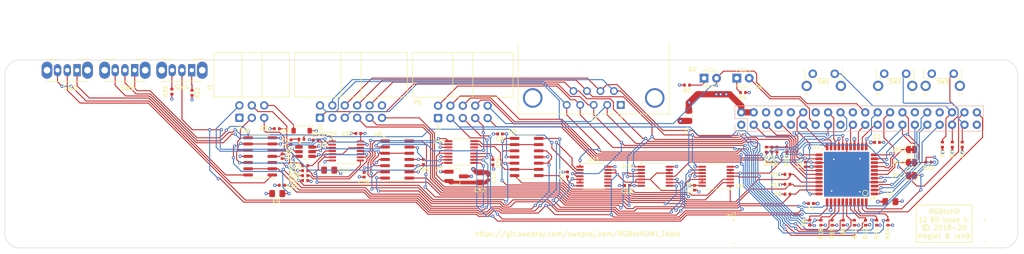
<source format=kicad_pcb>
(kicad_pcb
	(version 20240108)
	(generator "pcbnew")
	(generator_version "8.0")
	(general
		(thickness 1.6)
		(legacy_teardrops no)
	)
	(paper "A4")
	(layers
		(0 "F.Cu" signal)
		(1 "In1.Cu" signal)
		(2 "In2.Cu" signal)
		(31 "B.Cu" signal)
		(34 "B.Paste" user)
		(35 "F.Paste" user)
		(36 "B.SilkS" user "B.Silkscreen")
		(37 "F.SilkS" user "F.Silkscreen")
		(38 "B.Mask" user)
		(39 "F.Mask" user)
		(40 "Dwgs.User" user "User.Drawings")
		(41 "Cmts.User" user "User.Comments")
		(44 "Edge.Cuts" user)
		(45 "Margin" user)
		(46 "B.CrtYd" user "B.Courtyard")
		(47 "F.CrtYd" user "F.Courtyard")
		(48 "B.Fab" user)
		(49 "F.Fab" user)
	)
	(setup
		(stackup
			(layer "F.SilkS"
				(type "Top Silk Screen")
			)
			(layer "F.Paste"
				(type "Top Solder Paste")
			)
			(layer "F.Mask"
				(type "Top Solder Mask")
				(thickness 0.01)
			)
			(layer "F.Cu"
				(type "copper")
				(thickness 0.035)
			)
			(layer "dielectric 1"
				(type "prepreg")
				(thickness 0.1)
				(material "FR4")
				(epsilon_r 4.5)
				(loss_tangent 0.02)
			)
			(layer "In1.Cu"
				(type "copper")
				(thickness 0.035)
			)
			(layer "dielectric 2"
				(type "core")
				(thickness 1.24)
				(material "FR4")
				(epsilon_r 4.5)
				(loss_tangent 0.02)
			)
			(layer "In2.Cu"
				(type "copper")
				(thickness 0.035)
			)
			(layer "dielectric 3"
				(type "prepreg")
				(thickness 0.1)
				(material "FR4")
				(epsilon_r 4.5)
				(loss_tangent 0.02)
			)
			(layer "B.Cu"
				(type "copper")
				(thickness 0.035)
			)
			(layer "B.Mask"
				(type "Bottom Solder Mask")
				(thickness 0.01)
			)
			(layer "B.Paste"
				(type "Bottom Solder Paste")
			)
			(layer "B.SilkS"
				(type "Bottom Silk Screen")
			)
			(copper_finish "None")
			(dielectric_constraints no)
		)
		(pad_to_mask_clearance 0.05)
		(solder_mask_min_width 0.1)
		(allow_soldermask_bridges_in_footprints yes)
		(aux_axis_origin 84.402 56.40096)
		(grid_origin 45.002 28.00096)
		(pcbplotparams
			(layerselection 0x00010f0_ffffffff)
			(plot_on_all_layers_selection 0x0000000_00000000)
			(disableapertmacros no)
			(usegerberextensions yes)
			(usegerberattributes no)
			(usegerberadvancedattributes no)
			(creategerberjobfile no)
			(dashed_line_dash_ratio 12.000000)
			(dashed_line_gap_ratio 3.000000)
			(svgprecision 4)
			(plotframeref no)
			(viasonmask no)
			(mode 1)
			(useauxorigin no)
			(hpglpennumber 1)
			(hpglpenspeed 20)
			(hpglpendiameter 15.000000)
			(pdf_front_fp_property_popups yes)
			(pdf_back_fp_property_popups yes)
			(dxfpolygonmode yes)
			(dxfimperialunits yes)
			(dxfusepcbnewfont yes)
			(psnegative no)
			(psa4output no)
			(plotreference yes)
			(plotvalue no)
			(plotfptext yes)
			(plotinvisibletext no)
			(sketchpadsonfab no)
			(subtractmaskfromsilk no)
			(outputformat 1)
			(mirror no)
			(drillshape 0)
			(scaleselection 1)
			(outputdirectory "manufacturing/")
		)
	)
	(net 0 "")
	(net 1 "/3V3")
	(net 2 "/GPIO19")
	(net 3 "/GPIO16")
	(net 4 "/GPIO26")
	(net 5 "Net-(D1-K)")
	(net 6 "Net-(D2-K)")
	(net 7 "/VCC")
	(net 8 "GND")
	(net 9 "/SYNC")
	(net 10 "/VSYNC")
	(net 11 "/RxD")
	(net 12 "/TxD")
	(net 13 "/SPDATA")
	(net 14 "/SPCLK")
	(net 15 "/CLKEN")
	(net 16 "/R1")
	(net 17 "/B1")
	(net 18 "/G2")
	(net 19 "/R2")
	(net 20 "/B2")
	(net 21 "/R3")
	(net 22 "/G3")
	(net 23 "/B3")
	(net 24 "/B0")
	(net 25 "/G0")
	(net 26 "/R0")
	(net 27 "/G1")
	(net 28 "/GPIO27_genlock")
	(net 29 "/GPIO25_mode7")
	(net 30 "/GPIO0_sp_data")
	(net 31 "/GPIO20_sp_clk")
	(net 32 "/GPIO1_sp_clken")
	(net 33 "/GPIO17_psync")
	(net 34 "/GPIO18_Version")
	(net 35 "/GPIO22_analog")
	(net 36 "/GPIO24_mux")
	(net 37 "/GPIO21_clk")
	(net 38 "/GPIO2_Q00")
	(net 39 "/GPIO3_Q01")
	(net 40 "/GPIO4_Q02")
	(net 41 "/GPIO10_Q08")
	(net 42 "/GPIO9_Q07")
	(net 43 "/GPIO11_Q09")
	(net 44 "/GPIO8_Q06")
	(net 45 "/GPIO7_Q05")
	(net 46 "/GPIO5_Q03")
	(net 47 "/GPIO6_Q04")
	(net 48 "/GPIO12_Q10")
	(net 49 "/GPIO13_Q11")
	(net 50 "/GPIO23_csync")
	(net 51 "/AGREEN")
	(net 52 "/CGREEN")
	(net 53 "/CLAMPLVL")
	(net 54 "/VANALOG")
	(net 55 "/ASYNC")
	(net 56 "/VCLAMP")
	(net 57 "Net-(R27-Pad2)")
	(net 58 "/ABLUE")
	(net 59 "Net-(R28-Pad2)")
	(net 60 "/ARED")
	(net 61 "Net-(R29-Pad2)")
	(net 62 "/SGREEN")
	(net 63 "unconnected-(U4-DOUT-Pad14)")
	(net 64 "/REFGYSYNC")
	(net 65 "/REFRBUVLO")
	(net 66 "/REFSYNC")
	(net 67 "/SPARE")
	(net 68 "/REFGYLO")
	(net 69 "/REFGYHI")
	(net 70 "/REFRBUVHI")
	(net 71 "/DETECT")
	(net 72 "/B3_A")
	(net 73 "/R2_A")
	(net 74 "/B2_A")
	(net 75 "/SYNC_A")
	(net 76 "/G2_A")
	(net 77 "/VSYNC_A")
	(net 78 "/TERM")
	(net 79 "/R3_A")
	(net 80 "/G0_A")
	(net 81 "/B1_A")
	(net 82 "/R1_A")
	(net 83 "unconnected-(U11-Pad8)")
	(net 84 "unconnected-(U11-Pad11)")
	(net 85 "unconnected-(U11-Pad9)")
	(net 86 "unconnected-(U11-Pad10)")
	(net 87 "/VCC_IN")
	(net 88 "unconnected-(P5-Pin_1-Pad1)")
	(net 89 "Net-(SW4-A)")
	(net 90 "Net-(SW4-C)")
	(net 91 "Net-(SW5-C)")
	(net 92 "Net-(SW5-A)")
	(net 93 "Net-(SW6-A)")
	(net 94 "Net-(SW6-C)")
	(footprint "rgbtohdmi:RPi_Hat_Mounting_Hole" (layer "F.Cu") (at 268.721 97.27))
	(footprint "rgbtohdmi:RPi_Hat_Mounting_Hole" (layer "F.Cu") (at 210.721 97.27))
	(footprint "rgbtohdmi:RPi_Hat_Mounting_Hole" (layer "F.Cu") (at 268.721 120.27))
	(footprint "rgbtohdmi:RPi_Hat_Mounting_Hole" (layer "F.Cu") (at 210.721 120.27))
	(footprint "Jumper:SolderJumper-2_P1.3mm_Bridged_RoundedPad1.0x1.5mm" (layer "F.Cu") (at 250.462 108.95496))
	(footprint "Jumper:SolderJumper-2_P1.3mm_Bridged_RoundedPad1.0x1.5mm" (layer "F.Cu") (at 250.462 103.62096 180))
	(footprint "Jumper:SolderJumper-2_P1.3mm_Bridged_RoundedPad1.0x1.5mm" (layer "F.Cu") (at 250.462 106.28796 180))
	(footprint "Capacitor_SMD:C_0805_2012Metric_Pad1.18x1.45mm_HandSolder" (layer "F.Cu") (at 246.129 114.28896))
	(footprint "Capacitor_SMD:C_0402_1005Metric" (layer "F.Cu") (at 228.73 106.66896 90))
	(footprint "Capacitor_SMD:C_0402_1005Metric" (layer "F.Cu") (at 243.4086 102.14776))
	(footprint "Capacitor_SMD:C_0402_1005Metric" (layer "F.Cu") (at 229.8515 114.66996 180))
	(footprint "Resistor_SMD:R_0402_1005Metric" (layer "F.Cu") (at 256.797 102.60496 90))
	(footprint "Resistor_SMD:R_0402_1005Metric" (layer "F.Cu") (at 260.861 102.60496 90))
	(footprint "Resistor_SMD:R_0402_1005Metric" (layer "F.Cu") (at 258.829 102.60496 90))
	(footprint "Resistor_SMD:R_0402_1005Metric" (layer "F.Cu") (at 215.944 91.93696))
	(footprint "Resistor_SMD:R_0402_1005Metric" (layer "F.Cu") (at 204.475 90.41296 180))
	(footprint "Button_Switch_THT:SW_Tactile_SPST_Angled_PTS645Vx39-2LFS" (layer "F.Cu") (at 230.2396 88.09346))
	(footprint "Button_Switch_THT:SW_Tactile_SPST_Angled_PTS645Vx39-2LFS" (layer "F.Cu") (at 244.87 88.07616))
	(footprint "Button_Switch_THT:SW_Tactile_SPST_Angled_PTS645Vx39-2LFS" (layer "F.Cu") (at 254.6126 88.07616))
	(footprint "Package_QFP:LQFP-44_10x10mm_P0.8mm" (layer "F.Cu") (at 237.183 108.70096 180))
	(footprint "Resistor_SMD:R_0402_1005Metric" (layer "F.Cu") (at 222.888 103.61896 90))
	(footprint "Connector_IDC:IDC-Header_2x06_P2.54mm_Horizontal" (layer "F.Cu") (at 129.289 97.11856 90))
	(footprint "Connector_IDC:IDC-Header_2x05_P2.54mm_Horizontal" (layer "F.Cu") (at 153.4698 97.16936 90))
	(footprint "LED_THT:LED_D3.0mm" (layer "F.Cu") (at 214.674 89))
	(footprint "LED_THT:LED_D3.0mm" (layer "F.Cu") (at 207.9782 89))
	(footprint "Resistor_SMD:R_0402_1005Metric" (layer "F.Cu") (at 231.905 118.60696 -90))
	(footprint "Capacitor_SMD:C_0402_1005Metric" (layer "F.Cu") (at 163.7314 109.38416 90))
	(footprint "Resistor_SMD:R_0402_1005Metric" (layer "F.Cu") (at 98.936 91.74546 -90))
	(footprint "Package_SO:TSSOP-14_4.4x5mm_P0.65mm" (layer "F.Cu") (at 210.4674 109.08776 180))
	(footprint "Package_SO:QSOP-16_3.9x4.9mm_P0.635mm" (layer "F.Cu") (at 158.245 104.12896))
	(footprint "Capacitor_SMD:C_0805_2012Metric_Pad1.18x1.45mm_HandSolder" (layer "F.Cu") (at 162.1058 109.33986 90))
	(footprint "Capacitor_SMD:C_0402_1005Metric" (layer "F.Cu") (at 138.3314 108.77976 -90))
	(footprint "Capacitor_SMD:C_0402_1005Metric" (layer "F.Cu") (at 205.997 111.44416 -90))
	(footprint "Package_SO:TSSOP-14_4.4x5mm_P0.65mm"
		(layer "F.Cu")
		(uuid "407772d2-8ff8-44ee-a707-a9a5071e8e69")
		(at 197.9883 109.08776)
		(descr "TSSOP, 14 Pin (JEDEC MO-153 Var AB-1 https://www.jedec.org/document_search?search_api_views_fulltext=MO-153), generated with kicad-footprint-generator ipc_gullwing_generator.py")
		(tags "TSSOP SO")
		(property "Reference" "U10"
			(at -5.588 -2.032 0)
			(layer "F.SilkS")
			(uuid "e1ee549c-32b1-4392-af30-628a8f5b4de5")
			(effects
				(font
					(size 0.8 0.8)
					(thickness 0.15)
				)
			)
		)
		(property "Value" "74LVC4066D"
			(at 0 3.45 0)
			(layer "F.Fab")
			(uuid "627aae5f-cea8-4a8d-9b74-28322524685c")
			(effects
				(font
					(size 1 1)
					(thickness 0.15)
				)
			)
		)
		(property "Footprint" "Package_SO:TSSOP-14_4.4x5mm_P0.65mm"
			(at 0 0 0)
			(unlocked yes)
			(layer "F.Fab")
			(hide yes)
			(uuid "92387144-d64b-4a96-9496-6e893b56e786")
			(effects
				(font
					(size 1.27 1.27)
					(thickness 0.15)
				)
			)
		)
		(property "Datasheet" "http://www.ti.com/lit/ds/symlink/cd74LVC4066Db.pdf"
			(at 0 0 0)
			(unlocked yes)
			(layer "F.Fab")
			(hide yes)
			(uuid "0a7d9dfc-f43a-459c-95bb-d616a589ca41")
			(effects
				(font
					(size 1.27 1.27)
					(thickness 0.15)
				)
			)
		)
		(property "Description" ""
			(at 0 0 0)
			(unlocked yes)
			(layer "F.Fab")
			(hide yes)
			(uuid "d240e2ee-bc43-4f10-bbd0-965c50bfa815")
			(effects
				(font
					(size 1.27 1.27)
					(thickness 0.15)
				)
			)
		)
		(property "LCSC" "C426711"
			(at 0
... [1413916 chars truncated]
</source>
